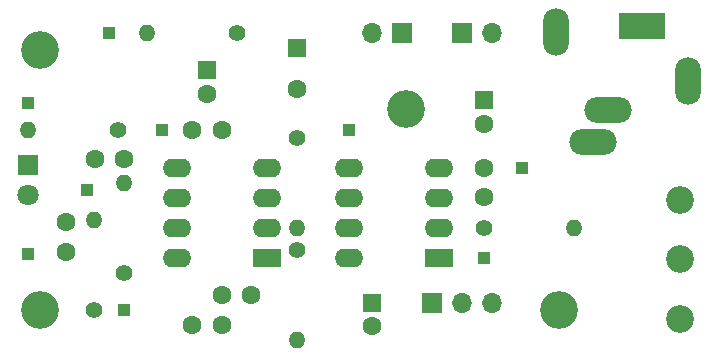
<source format=gbr>
%TF.GenerationSoftware,KiCad,Pcbnew,5.1.9+dfsg1-1*%
%TF.CreationDate,2021-10-11T12:45:34+00:00*%
%TF.ProjectId,LiRX_tht,4c695258-5f74-4687-942e-6b696361645f,rev?*%
%TF.SameCoordinates,Original*%
%TF.FileFunction,Soldermask,Top*%
%TF.FilePolarity,Negative*%
%FSLAX46Y46*%
G04 Gerber Fmt 4.6, Leading zero omitted, Abs format (unit mm)*
G04 Created by KiCad (PCBNEW 5.1.9+dfsg1-1) date 2021-10-11 12:45:34*
%MOMM*%
%LPD*%
G01*
G04 APERTURE LIST*
%ADD10O,2.400000X1.600000*%
%ADD11R,2.400000X1.600000*%
%ADD12R,1.600000X1.600000*%
%ADD13C,1.600000*%
%ADD14R,1.700000X1.700000*%
%ADD15O,1.700000X1.700000*%
%ADD16R,4.000000X2.200000*%
%ADD17O,2.200000X4.000000*%
%ADD18O,4.000000X2.200000*%
%ADD19O,1.400000X1.400000*%
%ADD20C,1.400000*%
%ADD21C,2.340000*%
%ADD22C,3.200000*%
%ADD23R,1.000000X1.000000*%
%ADD24R,1.800000X1.800000*%
%ADD25C,1.800000*%
G04 APERTURE END LIST*
D10*
%TO.C,U2*%
X102235000Y-101600000D03*
X109855000Y-93980000D03*
X102235000Y-99060000D03*
X109855000Y-96520000D03*
X102235000Y-96520000D03*
X109855000Y-99060000D03*
X102235000Y-93980000D03*
D11*
X109855000Y-101600000D03*
%TD*%
D12*
%TO.C,C11*%
X113665000Y-88265000D03*
D13*
X113665000Y-90265000D03*
%TD*%
D14*
%TO.C,BT1*%
X111760000Y-82550000D03*
D15*
X114300000Y-82550000D03*
%TD*%
D13*
%TO.C,C9*%
X83185000Y-93250000D03*
X80685000Y-93250000D03*
%TD*%
%TO.C,C10*%
X91440000Y-107315000D03*
X88940000Y-107315000D03*
%TD*%
%TO.C,C12*%
X113665000Y-96480000D03*
X113665000Y-93980000D03*
%TD*%
D16*
%TO.C,J4*%
X127000000Y-82000000D03*
D17*
X119700000Y-82500000D03*
D18*
X124100000Y-89100000D03*
X122900000Y-91800000D03*
D17*
X130900000Y-86600000D03*
%TD*%
D14*
%TO.C,JP2*%
X109220000Y-105410000D03*
D15*
X111760000Y-105410000D03*
X114300000Y-105410000D03*
%TD*%
D19*
%TO.C,R1*%
X83185000Y-95250000D03*
D20*
X83185000Y-102870000D03*
%TD*%
D19*
%TO.C,R14*%
X85090000Y-82550000D03*
D20*
X92710000Y-82550000D03*
%TD*%
%TO.C,R15*%
X113665000Y-99060000D03*
D19*
X121285000Y-99060000D03*
%TD*%
%TO.C,R17*%
X80645000Y-98425000D03*
D20*
X80645000Y-106045000D03*
%TD*%
%TO.C,R18*%
X97790000Y-91440000D03*
D19*
X97790000Y-99060000D03*
%TD*%
D20*
%TO.C,R19*%
X97790000Y-100965000D03*
D19*
X97790000Y-108585000D03*
%TD*%
D20*
%TO.C,R20*%
X82620000Y-90750000D03*
D19*
X75000000Y-90750000D03*
%TD*%
D21*
%TO.C,RV3*%
X130250000Y-96750000D03*
X130250000Y-101750000D03*
X130250000Y-106750000D03*
%TD*%
D22*
%TO.C,H1*%
X76000000Y-84000000D03*
%TD*%
%TO.C,H2*%
X76000000Y-106000000D03*
%TD*%
%TO.C,H3*%
X120000000Y-106000000D03*
%TD*%
%TO.C,H4*%
X107000000Y-89000000D03*
%TD*%
D23*
%TO.C,J1*%
X102235000Y-90805000D03*
%TD*%
%TO.C,J2*%
X86360000Y-90805000D03*
%TD*%
%TO.C,J3*%
X75000000Y-88500000D03*
%TD*%
%TO.C,J5*%
X81915000Y-82550000D03*
%TD*%
%TO.C,J6*%
X80010000Y-95885000D03*
%TD*%
%TO.C,J7*%
X113665000Y-101600000D03*
%TD*%
%TO.C,J8*%
X75000000Y-101250000D03*
%TD*%
%TO.C,J9*%
X83185000Y-106045000D03*
%TD*%
D14*
%TO.C,J10*%
X106680000Y-82550000D03*
D15*
X104140000Y-82550000D03*
%TD*%
D23*
%TO.C,J11*%
X116840000Y-93980000D03*
%TD*%
D11*
%TO.C,U3*%
X95250000Y-101600000D03*
D10*
X87630000Y-93980000D03*
X95250000Y-99060000D03*
X87630000Y-96520000D03*
X95250000Y-96520000D03*
X87630000Y-99060000D03*
X95250000Y-93980000D03*
X87630000Y-101600000D03*
%TD*%
D12*
%TO.C,C8*%
X97790000Y-83820000D03*
D13*
X97790000Y-87320000D03*
%TD*%
%TO.C,C13*%
X104140000Y-107410000D03*
D12*
X104140000Y-105410000D03*
%TD*%
%TO.C,C14*%
X90170000Y-85725000D03*
D13*
X90170000Y-87725000D03*
%TD*%
%TO.C,C1*%
X88940000Y-90805000D03*
X91440000Y-90805000D03*
%TD*%
%TO.C,C2*%
X93940000Y-104775000D03*
X91440000Y-104775000D03*
%TD*%
D24*
%TO.C,Q3*%
X75000000Y-93750000D03*
D25*
X75000000Y-96290000D03*
%TD*%
D13*
%TO.C,C3*%
X78232000Y-101092000D03*
X78232000Y-98592000D03*
%TD*%
M02*

</source>
